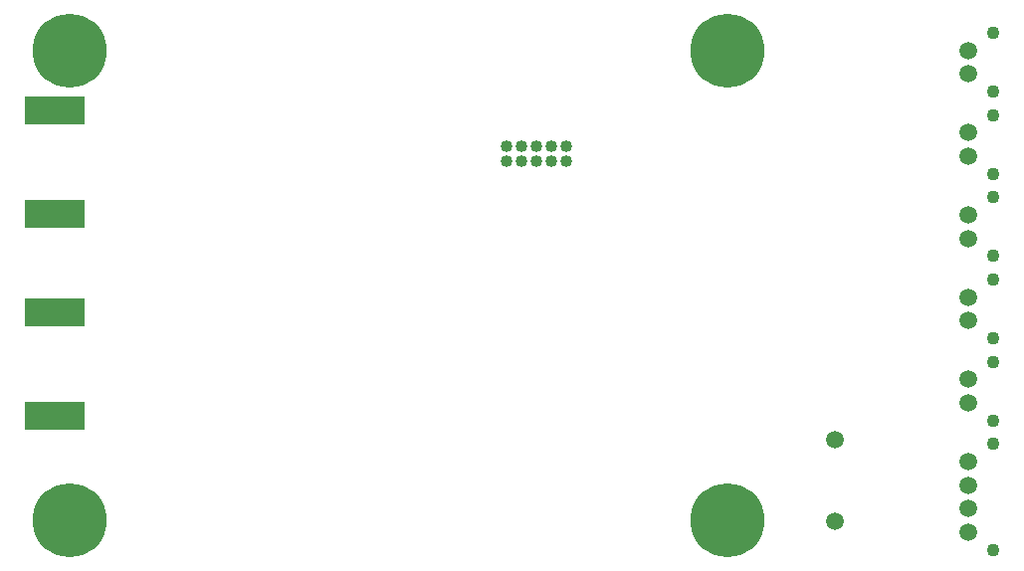
<source format=gbs>
G04 #@! TF.FileFunction,Soldermask,Bot*
%FSLAX46Y46*%
G04 Gerber Fmt 4.6, Leading zero omitted, Abs format (unit mm)*
G04 Created by KiCad (PCBNEW 0.201505061231+5645~23~ubuntu14.04.1-product) date Wed 06 May 2015 16:24:11 BST*
%MOMM*%
G01*
G04 APERTURE LIST*
%ADD10C,0.100000*%
%ADD11C,1.500000*%
%ADD12C,1.100000*%
%ADD13C,1.016000*%
%ADD14R,5.080000X2.413000*%
%ADD15C,6.300000*%
%ADD16C,0.600000*%
G04 APERTURE END LIST*
D10*
D11*
X167600000Y-85100000D03*
X167600000Y-78100000D03*
X179000000Y-73000000D03*
X179000000Y-75000000D03*
D12*
X181100000Y-71500000D03*
X181100000Y-76500000D03*
D11*
X179000000Y-80000000D03*
X179000000Y-82000000D03*
X179000000Y-84000000D03*
X179000000Y-86000000D03*
D12*
X181100000Y-78500000D03*
X181100000Y-87500000D03*
D13*
X144800000Y-53130000D03*
X144800000Y-54400000D03*
X143530000Y-53130000D03*
X143530000Y-54400000D03*
X142260000Y-53130000D03*
X142260000Y-54400000D03*
X140990000Y-53130000D03*
X140990000Y-54400000D03*
X139720000Y-53130000D03*
X139720000Y-54400000D03*
D14*
X101200000Y-58881500D03*
X101200000Y-50118500D03*
X101200000Y-76081500D03*
X101200000Y-67318500D03*
D11*
X179000000Y-66000000D03*
X179000000Y-68000000D03*
D12*
X181100000Y-64500000D03*
X181100000Y-69500000D03*
D11*
X179000000Y-59000000D03*
X179000000Y-61000000D03*
D12*
X181100000Y-57500000D03*
X181100000Y-62500000D03*
D11*
X179000000Y-52000000D03*
X179000000Y-54000000D03*
D12*
X181100000Y-50500000D03*
X181100000Y-55500000D03*
D11*
X179000000Y-45000000D03*
X179000000Y-47000000D03*
D12*
X181100000Y-43500000D03*
X181100000Y-48500000D03*
D15*
X158500000Y-85000000D03*
D16*
X158500000Y-82500000D03*
X161000000Y-85000000D03*
X158500000Y-87500000D03*
X156000000Y-85000000D03*
X156700000Y-83200000D03*
X160300000Y-83200000D03*
X156700000Y-86800000D03*
X160300000Y-86800000D03*
D15*
X158500000Y-45000000D03*
D16*
X158500000Y-42500000D03*
X161000000Y-45000000D03*
X158500000Y-47500000D03*
X156000000Y-45000000D03*
X156700000Y-43200000D03*
X160300000Y-43200000D03*
X156700000Y-46800000D03*
X160300000Y-46800000D03*
D15*
X102500000Y-45000000D03*
D16*
X102500000Y-42500000D03*
X105000000Y-45000000D03*
X102500000Y-47500000D03*
X100000000Y-45000000D03*
X100700000Y-43200000D03*
X104300000Y-43200000D03*
X100700000Y-46800000D03*
X104300000Y-46800000D03*
D15*
X102500000Y-85000000D03*
D16*
X102500000Y-82500000D03*
X105000000Y-85000000D03*
X102500000Y-87500000D03*
X100000000Y-85000000D03*
X100700000Y-83200000D03*
X104300000Y-83200000D03*
X100700000Y-86800000D03*
X104300000Y-86800000D03*
M02*

</source>
